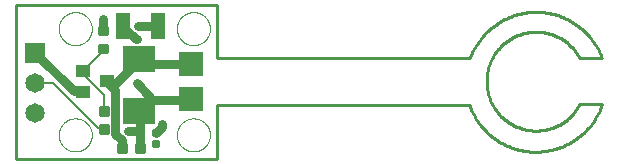
<source format=gtl>
G75*
%MOIN*%
%OFA0B0*%
%FSLAX25Y25*%
%IPPOS*%
%LPD*%
%AMOC8*
5,1,8,0,0,1.08239X$1,22.5*
%
%ADD10C,0.01000*%
%ADD11C,0.00000*%
%ADD12C,0.01250*%
%ADD13R,0.04500X0.09000*%
%ADD14R,0.10799X0.08500*%
%ADD15R,0.04500X0.04000*%
%ADD16C,0.00875*%
%ADD17R,0.07874X0.07874*%
%ADD18R,0.06500X0.06500*%
%ADD19C,0.06500*%
%ADD20C,0.03000*%
%ADD21C,0.02400*%
%ADD22C,0.00600*%
D10*
X0024642Y0084477D02*
X0024642Y0135658D01*
X0091571Y0135658D01*
X0091571Y0117942D01*
X0175823Y0117942D01*
X0175823Y0102194D02*
X0091571Y0102194D01*
X0091571Y0084477D01*
X0024642Y0084477D01*
X0175744Y0102233D02*
X0175944Y0101697D01*
X0176157Y0101167D01*
X0176383Y0100642D01*
X0176622Y0100123D01*
X0176874Y0099610D01*
X0177138Y0099103D01*
X0177414Y0098603D01*
X0177703Y0098109D01*
X0178003Y0097623D01*
X0178315Y0097144D01*
X0178639Y0096673D01*
X0178974Y0096210D01*
X0179321Y0095756D01*
X0179678Y0095310D01*
X0180046Y0094872D01*
X0180425Y0094444D01*
X0180814Y0094026D01*
X0181213Y0093617D01*
X0181622Y0093217D01*
X0182041Y0092828D01*
X0182469Y0092450D01*
X0182906Y0092081D01*
X0183352Y0091724D01*
X0183807Y0091378D01*
X0184270Y0091042D01*
X0184741Y0090719D01*
X0185219Y0090406D01*
X0185705Y0090106D01*
X0186199Y0089817D01*
X0186699Y0089541D01*
X0187206Y0089277D01*
X0187719Y0089025D01*
X0188238Y0088786D01*
X0188763Y0088560D01*
X0189294Y0088347D01*
X0189829Y0088146D01*
X0190369Y0087959D01*
X0190913Y0087785D01*
X0191462Y0087624D01*
X0192014Y0087477D01*
X0192570Y0087343D01*
X0193128Y0087223D01*
X0193690Y0087117D01*
X0194254Y0087024D01*
X0194820Y0086945D01*
X0195388Y0086880D01*
X0195957Y0086829D01*
X0196527Y0086792D01*
X0197099Y0086769D01*
X0197670Y0086759D01*
X0198242Y0086764D01*
X0198813Y0086782D01*
X0199383Y0086815D01*
X0199953Y0086861D01*
X0200521Y0086921D01*
X0201088Y0086996D01*
X0201653Y0087084D01*
X0202215Y0087185D01*
X0202775Y0087301D01*
X0203332Y0087430D01*
X0203885Y0087572D01*
X0204435Y0087728D01*
X0204981Y0087898D01*
X0205523Y0088081D01*
X0206059Y0088276D01*
X0206591Y0088485D01*
X0207118Y0088707D01*
X0207639Y0088942D01*
X0208155Y0089189D01*
X0208664Y0089449D01*
X0209166Y0089721D01*
X0209662Y0090006D01*
X0210151Y0090302D01*
X0210632Y0090610D01*
X0211106Y0090930D01*
X0211572Y0091261D01*
X0212029Y0091604D01*
X0212478Y0091958D01*
X0212918Y0092322D01*
X0213349Y0092697D01*
X0213771Y0093083D01*
X0214184Y0093479D01*
X0214586Y0093884D01*
X0214979Y0094300D01*
X0215361Y0094725D01*
X0215733Y0095159D01*
X0216094Y0095602D01*
X0216444Y0096053D01*
X0216783Y0096514D01*
X0217111Y0096982D01*
X0217427Y0097458D01*
X0217732Y0097942D01*
X0218024Y0098433D01*
X0218305Y0098931D01*
X0218573Y0099435D01*
X0218829Y0099946D01*
X0219072Y0100464D01*
X0219303Y0100987D01*
X0219520Y0101515D01*
X0219725Y0102049D01*
X0219917Y0102587D01*
X0219839Y0102587D02*
X0212437Y0102548D01*
X0219917Y0117942D02*
X0219714Y0118477D01*
X0219497Y0119008D01*
X0219268Y0119532D01*
X0219026Y0120052D01*
X0218771Y0120565D01*
X0218504Y0121071D01*
X0218225Y0121571D01*
X0217933Y0122065D01*
X0217630Y0122550D01*
X0217315Y0123029D01*
X0216988Y0123499D01*
X0216650Y0123961D01*
X0216300Y0124415D01*
X0215940Y0124861D01*
X0215569Y0125297D01*
X0215187Y0125724D01*
X0214796Y0126142D01*
X0214394Y0126550D01*
X0213982Y0126948D01*
X0213560Y0127336D01*
X0213130Y0127714D01*
X0212690Y0128081D01*
X0212241Y0128437D01*
X0211784Y0128782D01*
X0211319Y0129116D01*
X0210845Y0129438D01*
X0210364Y0129749D01*
X0209875Y0130047D01*
X0209380Y0130334D01*
X0208877Y0130609D01*
X0208368Y0130871D01*
X0207852Y0131121D01*
X0207331Y0131358D01*
X0206804Y0131583D01*
X0206272Y0131794D01*
X0205734Y0131993D01*
X0205192Y0132178D01*
X0204646Y0132350D01*
X0204095Y0132509D01*
X0203541Y0132654D01*
X0202984Y0132785D01*
X0202423Y0132903D01*
X0201860Y0133007D01*
X0201295Y0133098D01*
X0200727Y0133175D01*
X0200158Y0133237D01*
X0199587Y0133286D01*
X0199015Y0133321D01*
X0198443Y0133342D01*
X0197870Y0133349D01*
X0197297Y0133342D01*
X0196725Y0133321D01*
X0196153Y0133286D01*
X0195582Y0133237D01*
X0195013Y0133175D01*
X0194445Y0133098D01*
X0193880Y0133007D01*
X0193317Y0132903D01*
X0192756Y0132785D01*
X0192199Y0132654D01*
X0191645Y0132509D01*
X0191094Y0132350D01*
X0190548Y0132178D01*
X0190006Y0131993D01*
X0189468Y0131794D01*
X0188936Y0131583D01*
X0188409Y0131358D01*
X0187888Y0131121D01*
X0187372Y0130871D01*
X0186863Y0130609D01*
X0186360Y0130334D01*
X0185865Y0130047D01*
X0185376Y0129749D01*
X0184895Y0129438D01*
X0184421Y0129116D01*
X0183956Y0128782D01*
X0183499Y0128437D01*
X0183050Y0128081D01*
X0182610Y0127714D01*
X0182180Y0127336D01*
X0181758Y0126948D01*
X0181346Y0126550D01*
X0180944Y0126142D01*
X0180553Y0125724D01*
X0180171Y0125297D01*
X0179800Y0124861D01*
X0179440Y0124415D01*
X0179090Y0123961D01*
X0178752Y0123499D01*
X0178425Y0123029D01*
X0178110Y0122550D01*
X0177807Y0122065D01*
X0177515Y0121571D01*
X0177236Y0121071D01*
X0176969Y0120565D01*
X0176714Y0120052D01*
X0176472Y0119532D01*
X0176243Y0119008D01*
X0176026Y0118477D01*
X0175823Y0117942D01*
X0212437Y0117942D02*
X0212244Y0118296D01*
X0212044Y0118646D01*
X0211834Y0118990D01*
X0211616Y0119330D01*
X0211390Y0119663D01*
X0211156Y0119992D01*
X0210914Y0120314D01*
X0210664Y0120630D01*
X0210406Y0120940D01*
X0210141Y0121244D01*
X0209869Y0121541D01*
X0209589Y0121832D01*
X0209303Y0122115D01*
X0209009Y0122391D01*
X0208709Y0122661D01*
X0208402Y0122922D01*
X0208089Y0123176D01*
X0207770Y0123423D01*
X0207445Y0123661D01*
X0207114Y0123891D01*
X0206778Y0124114D01*
X0206436Y0124328D01*
X0206089Y0124533D01*
X0205737Y0124730D01*
X0205381Y0124918D01*
X0205020Y0125098D01*
X0204655Y0125268D01*
X0204285Y0125430D01*
X0203912Y0125582D01*
X0203535Y0125726D01*
X0203155Y0125860D01*
X0202772Y0125985D01*
X0202385Y0126100D01*
X0201996Y0126206D01*
X0201605Y0126302D01*
X0201211Y0126388D01*
X0200815Y0126465D01*
X0200418Y0126533D01*
X0200019Y0126590D01*
X0199618Y0126638D01*
X0199217Y0126676D01*
X0198815Y0126704D01*
X0198412Y0126722D01*
X0198009Y0126730D01*
X0197606Y0126729D01*
X0197203Y0126717D01*
X0196800Y0126696D01*
X0196398Y0126665D01*
X0195997Y0126624D01*
X0195597Y0126573D01*
X0195199Y0126513D01*
X0194802Y0126443D01*
X0194407Y0126363D01*
X0194014Y0126273D01*
X0193623Y0126174D01*
X0193235Y0126065D01*
X0192849Y0125947D01*
X0192467Y0125819D01*
X0192088Y0125682D01*
X0191712Y0125536D01*
X0191340Y0125381D01*
X0190972Y0125216D01*
X0190608Y0125043D01*
X0190248Y0124861D01*
X0189893Y0124670D01*
X0189543Y0124470D01*
X0189198Y0124262D01*
X0188858Y0124046D01*
X0188523Y0123821D01*
X0188194Y0123588D01*
X0187871Y0123347D01*
X0187553Y0123098D01*
X0187242Y0122842D01*
X0186937Y0122578D01*
X0186639Y0122307D01*
X0186348Y0122028D01*
X0186063Y0121742D01*
X0185786Y0121450D01*
X0185516Y0121151D01*
X0185253Y0120845D01*
X0184998Y0120533D01*
X0184750Y0120215D01*
X0184510Y0119891D01*
X0184279Y0119561D01*
X0184055Y0119225D01*
X0183840Y0118884D01*
X0183633Y0118538D01*
X0183435Y0118187D01*
X0183245Y0117831D01*
X0183065Y0117471D01*
X0182893Y0117106D01*
X0182730Y0116738D01*
X0182576Y0116365D01*
X0182431Y0115989D01*
X0182295Y0115609D01*
X0182169Y0115226D01*
X0182052Y0114840D01*
X0181945Y0114452D01*
X0181847Y0114061D01*
X0181759Y0113667D01*
X0181681Y0113272D01*
X0181612Y0112874D01*
X0181553Y0112476D01*
X0181504Y0112076D01*
X0181464Y0111674D01*
X0181435Y0111272D01*
X0181415Y0110870D01*
X0181405Y0110467D01*
X0181405Y0110063D01*
X0181415Y0109660D01*
X0181435Y0109258D01*
X0181464Y0108856D01*
X0181504Y0108454D01*
X0181553Y0108054D01*
X0181612Y0107656D01*
X0181681Y0107258D01*
X0181759Y0106863D01*
X0181847Y0106469D01*
X0181945Y0106078D01*
X0182052Y0105690D01*
X0182169Y0105304D01*
X0182295Y0104921D01*
X0182431Y0104541D01*
X0182576Y0104165D01*
X0182730Y0103792D01*
X0182893Y0103424D01*
X0183065Y0103059D01*
X0183245Y0102699D01*
X0183435Y0102343D01*
X0183633Y0101992D01*
X0183840Y0101646D01*
X0184055Y0101305D01*
X0184279Y0100969D01*
X0184510Y0100639D01*
X0184750Y0100315D01*
X0184998Y0099997D01*
X0185253Y0099685D01*
X0185516Y0099379D01*
X0185786Y0099080D01*
X0186063Y0098788D01*
X0186348Y0098502D01*
X0186639Y0098223D01*
X0186937Y0097952D01*
X0187242Y0097688D01*
X0187553Y0097432D01*
X0187871Y0097183D01*
X0188194Y0096942D01*
X0188523Y0096709D01*
X0188858Y0096484D01*
X0189198Y0096268D01*
X0189543Y0096060D01*
X0189893Y0095860D01*
X0190248Y0095669D01*
X0190608Y0095487D01*
X0190972Y0095314D01*
X0191340Y0095149D01*
X0191712Y0094994D01*
X0192088Y0094848D01*
X0192467Y0094711D01*
X0192849Y0094583D01*
X0193235Y0094465D01*
X0193623Y0094356D01*
X0194014Y0094257D01*
X0194407Y0094167D01*
X0194802Y0094087D01*
X0195199Y0094017D01*
X0195597Y0093957D01*
X0195997Y0093906D01*
X0196398Y0093865D01*
X0196800Y0093834D01*
X0197203Y0093813D01*
X0197606Y0093801D01*
X0198009Y0093800D01*
X0198412Y0093808D01*
X0198815Y0093826D01*
X0199217Y0093854D01*
X0199618Y0093892D01*
X0200019Y0093940D01*
X0200418Y0093997D01*
X0200815Y0094065D01*
X0201211Y0094142D01*
X0201605Y0094228D01*
X0201996Y0094324D01*
X0202385Y0094430D01*
X0202772Y0094545D01*
X0203155Y0094670D01*
X0203535Y0094804D01*
X0203912Y0094948D01*
X0204285Y0095100D01*
X0204655Y0095262D01*
X0205020Y0095432D01*
X0205381Y0095612D01*
X0205737Y0095800D01*
X0206089Y0095997D01*
X0206436Y0096202D01*
X0206778Y0096416D01*
X0207114Y0096639D01*
X0207445Y0096869D01*
X0207770Y0097107D01*
X0208089Y0097354D01*
X0208402Y0097608D01*
X0208709Y0097869D01*
X0209009Y0098139D01*
X0209303Y0098415D01*
X0209589Y0098698D01*
X0209869Y0098989D01*
X0210141Y0099286D01*
X0210406Y0099590D01*
X0210664Y0099900D01*
X0210914Y0100216D01*
X0211156Y0100538D01*
X0211390Y0100867D01*
X0211616Y0101200D01*
X0211834Y0101540D01*
X0212044Y0101884D01*
X0212244Y0102234D01*
X0212437Y0102588D01*
X0212437Y0117942D02*
X0219917Y0117942D01*
D11*
X0078185Y0127784D02*
X0078187Y0127932D01*
X0078193Y0128080D01*
X0078203Y0128228D01*
X0078217Y0128375D01*
X0078235Y0128522D01*
X0078256Y0128668D01*
X0078282Y0128814D01*
X0078312Y0128959D01*
X0078345Y0129103D01*
X0078383Y0129246D01*
X0078424Y0129388D01*
X0078469Y0129529D01*
X0078517Y0129669D01*
X0078570Y0129808D01*
X0078626Y0129945D01*
X0078686Y0130080D01*
X0078749Y0130214D01*
X0078816Y0130346D01*
X0078887Y0130476D01*
X0078961Y0130604D01*
X0079038Y0130730D01*
X0079119Y0130854D01*
X0079203Y0130976D01*
X0079290Y0131095D01*
X0079381Y0131212D01*
X0079475Y0131327D01*
X0079571Y0131439D01*
X0079671Y0131549D01*
X0079773Y0131655D01*
X0079879Y0131759D01*
X0079987Y0131860D01*
X0080098Y0131958D01*
X0080211Y0132054D01*
X0080327Y0132146D01*
X0080445Y0132235D01*
X0080566Y0132320D01*
X0080689Y0132403D01*
X0080814Y0132482D01*
X0080941Y0132558D01*
X0081070Y0132630D01*
X0081201Y0132699D01*
X0081334Y0132764D01*
X0081469Y0132825D01*
X0081605Y0132883D01*
X0081742Y0132938D01*
X0081881Y0132988D01*
X0082022Y0133035D01*
X0082163Y0133078D01*
X0082306Y0133118D01*
X0082450Y0133153D01*
X0082594Y0133185D01*
X0082740Y0133212D01*
X0082886Y0133236D01*
X0083033Y0133256D01*
X0083180Y0133272D01*
X0083327Y0133284D01*
X0083475Y0133292D01*
X0083623Y0133296D01*
X0083771Y0133296D01*
X0083919Y0133292D01*
X0084067Y0133284D01*
X0084214Y0133272D01*
X0084361Y0133256D01*
X0084508Y0133236D01*
X0084654Y0133212D01*
X0084800Y0133185D01*
X0084944Y0133153D01*
X0085088Y0133118D01*
X0085231Y0133078D01*
X0085372Y0133035D01*
X0085513Y0132988D01*
X0085652Y0132938D01*
X0085789Y0132883D01*
X0085925Y0132825D01*
X0086060Y0132764D01*
X0086193Y0132699D01*
X0086324Y0132630D01*
X0086453Y0132558D01*
X0086580Y0132482D01*
X0086705Y0132403D01*
X0086828Y0132320D01*
X0086949Y0132235D01*
X0087067Y0132146D01*
X0087183Y0132054D01*
X0087296Y0131958D01*
X0087407Y0131860D01*
X0087515Y0131759D01*
X0087621Y0131655D01*
X0087723Y0131549D01*
X0087823Y0131439D01*
X0087919Y0131327D01*
X0088013Y0131212D01*
X0088104Y0131095D01*
X0088191Y0130976D01*
X0088275Y0130854D01*
X0088356Y0130730D01*
X0088433Y0130604D01*
X0088507Y0130476D01*
X0088578Y0130346D01*
X0088645Y0130214D01*
X0088708Y0130080D01*
X0088768Y0129945D01*
X0088824Y0129808D01*
X0088877Y0129669D01*
X0088925Y0129529D01*
X0088970Y0129388D01*
X0089011Y0129246D01*
X0089049Y0129103D01*
X0089082Y0128959D01*
X0089112Y0128814D01*
X0089138Y0128668D01*
X0089159Y0128522D01*
X0089177Y0128375D01*
X0089191Y0128228D01*
X0089201Y0128080D01*
X0089207Y0127932D01*
X0089209Y0127784D01*
X0089207Y0127636D01*
X0089201Y0127488D01*
X0089191Y0127340D01*
X0089177Y0127193D01*
X0089159Y0127046D01*
X0089138Y0126900D01*
X0089112Y0126754D01*
X0089082Y0126609D01*
X0089049Y0126465D01*
X0089011Y0126322D01*
X0088970Y0126180D01*
X0088925Y0126039D01*
X0088877Y0125899D01*
X0088824Y0125760D01*
X0088768Y0125623D01*
X0088708Y0125488D01*
X0088645Y0125354D01*
X0088578Y0125222D01*
X0088507Y0125092D01*
X0088433Y0124964D01*
X0088356Y0124838D01*
X0088275Y0124714D01*
X0088191Y0124592D01*
X0088104Y0124473D01*
X0088013Y0124356D01*
X0087919Y0124241D01*
X0087823Y0124129D01*
X0087723Y0124019D01*
X0087621Y0123913D01*
X0087515Y0123809D01*
X0087407Y0123708D01*
X0087296Y0123610D01*
X0087183Y0123514D01*
X0087067Y0123422D01*
X0086949Y0123333D01*
X0086828Y0123248D01*
X0086705Y0123165D01*
X0086580Y0123086D01*
X0086453Y0123010D01*
X0086324Y0122938D01*
X0086193Y0122869D01*
X0086060Y0122804D01*
X0085925Y0122743D01*
X0085789Y0122685D01*
X0085652Y0122630D01*
X0085513Y0122580D01*
X0085372Y0122533D01*
X0085231Y0122490D01*
X0085088Y0122450D01*
X0084944Y0122415D01*
X0084800Y0122383D01*
X0084654Y0122356D01*
X0084508Y0122332D01*
X0084361Y0122312D01*
X0084214Y0122296D01*
X0084067Y0122284D01*
X0083919Y0122276D01*
X0083771Y0122272D01*
X0083623Y0122272D01*
X0083475Y0122276D01*
X0083327Y0122284D01*
X0083180Y0122296D01*
X0083033Y0122312D01*
X0082886Y0122332D01*
X0082740Y0122356D01*
X0082594Y0122383D01*
X0082450Y0122415D01*
X0082306Y0122450D01*
X0082163Y0122490D01*
X0082022Y0122533D01*
X0081881Y0122580D01*
X0081742Y0122630D01*
X0081605Y0122685D01*
X0081469Y0122743D01*
X0081334Y0122804D01*
X0081201Y0122869D01*
X0081070Y0122938D01*
X0080941Y0123010D01*
X0080814Y0123086D01*
X0080689Y0123165D01*
X0080566Y0123248D01*
X0080445Y0123333D01*
X0080327Y0123422D01*
X0080211Y0123514D01*
X0080098Y0123610D01*
X0079987Y0123708D01*
X0079879Y0123809D01*
X0079773Y0123913D01*
X0079671Y0124019D01*
X0079571Y0124129D01*
X0079475Y0124241D01*
X0079381Y0124356D01*
X0079290Y0124473D01*
X0079203Y0124592D01*
X0079119Y0124714D01*
X0079038Y0124838D01*
X0078961Y0124964D01*
X0078887Y0125092D01*
X0078816Y0125222D01*
X0078749Y0125354D01*
X0078686Y0125488D01*
X0078626Y0125623D01*
X0078570Y0125760D01*
X0078517Y0125899D01*
X0078469Y0126039D01*
X0078424Y0126180D01*
X0078383Y0126322D01*
X0078345Y0126465D01*
X0078312Y0126609D01*
X0078282Y0126754D01*
X0078256Y0126900D01*
X0078235Y0127046D01*
X0078217Y0127193D01*
X0078203Y0127340D01*
X0078193Y0127488D01*
X0078187Y0127636D01*
X0078185Y0127784D01*
X0038815Y0127784D02*
X0038817Y0127932D01*
X0038823Y0128080D01*
X0038833Y0128228D01*
X0038847Y0128375D01*
X0038865Y0128522D01*
X0038886Y0128668D01*
X0038912Y0128814D01*
X0038942Y0128959D01*
X0038975Y0129103D01*
X0039013Y0129246D01*
X0039054Y0129388D01*
X0039099Y0129529D01*
X0039147Y0129669D01*
X0039200Y0129808D01*
X0039256Y0129945D01*
X0039316Y0130080D01*
X0039379Y0130214D01*
X0039446Y0130346D01*
X0039517Y0130476D01*
X0039591Y0130604D01*
X0039668Y0130730D01*
X0039749Y0130854D01*
X0039833Y0130976D01*
X0039920Y0131095D01*
X0040011Y0131212D01*
X0040105Y0131327D01*
X0040201Y0131439D01*
X0040301Y0131549D01*
X0040403Y0131655D01*
X0040509Y0131759D01*
X0040617Y0131860D01*
X0040728Y0131958D01*
X0040841Y0132054D01*
X0040957Y0132146D01*
X0041075Y0132235D01*
X0041196Y0132320D01*
X0041319Y0132403D01*
X0041444Y0132482D01*
X0041571Y0132558D01*
X0041700Y0132630D01*
X0041831Y0132699D01*
X0041964Y0132764D01*
X0042099Y0132825D01*
X0042235Y0132883D01*
X0042372Y0132938D01*
X0042511Y0132988D01*
X0042652Y0133035D01*
X0042793Y0133078D01*
X0042936Y0133118D01*
X0043080Y0133153D01*
X0043224Y0133185D01*
X0043370Y0133212D01*
X0043516Y0133236D01*
X0043663Y0133256D01*
X0043810Y0133272D01*
X0043957Y0133284D01*
X0044105Y0133292D01*
X0044253Y0133296D01*
X0044401Y0133296D01*
X0044549Y0133292D01*
X0044697Y0133284D01*
X0044844Y0133272D01*
X0044991Y0133256D01*
X0045138Y0133236D01*
X0045284Y0133212D01*
X0045430Y0133185D01*
X0045574Y0133153D01*
X0045718Y0133118D01*
X0045861Y0133078D01*
X0046002Y0133035D01*
X0046143Y0132988D01*
X0046282Y0132938D01*
X0046419Y0132883D01*
X0046555Y0132825D01*
X0046690Y0132764D01*
X0046823Y0132699D01*
X0046954Y0132630D01*
X0047083Y0132558D01*
X0047210Y0132482D01*
X0047335Y0132403D01*
X0047458Y0132320D01*
X0047579Y0132235D01*
X0047697Y0132146D01*
X0047813Y0132054D01*
X0047926Y0131958D01*
X0048037Y0131860D01*
X0048145Y0131759D01*
X0048251Y0131655D01*
X0048353Y0131549D01*
X0048453Y0131439D01*
X0048549Y0131327D01*
X0048643Y0131212D01*
X0048734Y0131095D01*
X0048821Y0130976D01*
X0048905Y0130854D01*
X0048986Y0130730D01*
X0049063Y0130604D01*
X0049137Y0130476D01*
X0049208Y0130346D01*
X0049275Y0130214D01*
X0049338Y0130080D01*
X0049398Y0129945D01*
X0049454Y0129808D01*
X0049507Y0129669D01*
X0049555Y0129529D01*
X0049600Y0129388D01*
X0049641Y0129246D01*
X0049679Y0129103D01*
X0049712Y0128959D01*
X0049742Y0128814D01*
X0049768Y0128668D01*
X0049789Y0128522D01*
X0049807Y0128375D01*
X0049821Y0128228D01*
X0049831Y0128080D01*
X0049837Y0127932D01*
X0049839Y0127784D01*
X0049837Y0127636D01*
X0049831Y0127488D01*
X0049821Y0127340D01*
X0049807Y0127193D01*
X0049789Y0127046D01*
X0049768Y0126900D01*
X0049742Y0126754D01*
X0049712Y0126609D01*
X0049679Y0126465D01*
X0049641Y0126322D01*
X0049600Y0126180D01*
X0049555Y0126039D01*
X0049507Y0125899D01*
X0049454Y0125760D01*
X0049398Y0125623D01*
X0049338Y0125488D01*
X0049275Y0125354D01*
X0049208Y0125222D01*
X0049137Y0125092D01*
X0049063Y0124964D01*
X0048986Y0124838D01*
X0048905Y0124714D01*
X0048821Y0124592D01*
X0048734Y0124473D01*
X0048643Y0124356D01*
X0048549Y0124241D01*
X0048453Y0124129D01*
X0048353Y0124019D01*
X0048251Y0123913D01*
X0048145Y0123809D01*
X0048037Y0123708D01*
X0047926Y0123610D01*
X0047813Y0123514D01*
X0047697Y0123422D01*
X0047579Y0123333D01*
X0047458Y0123248D01*
X0047335Y0123165D01*
X0047210Y0123086D01*
X0047083Y0123010D01*
X0046954Y0122938D01*
X0046823Y0122869D01*
X0046690Y0122804D01*
X0046555Y0122743D01*
X0046419Y0122685D01*
X0046282Y0122630D01*
X0046143Y0122580D01*
X0046002Y0122533D01*
X0045861Y0122490D01*
X0045718Y0122450D01*
X0045574Y0122415D01*
X0045430Y0122383D01*
X0045284Y0122356D01*
X0045138Y0122332D01*
X0044991Y0122312D01*
X0044844Y0122296D01*
X0044697Y0122284D01*
X0044549Y0122276D01*
X0044401Y0122272D01*
X0044253Y0122272D01*
X0044105Y0122276D01*
X0043957Y0122284D01*
X0043810Y0122296D01*
X0043663Y0122312D01*
X0043516Y0122332D01*
X0043370Y0122356D01*
X0043224Y0122383D01*
X0043080Y0122415D01*
X0042936Y0122450D01*
X0042793Y0122490D01*
X0042652Y0122533D01*
X0042511Y0122580D01*
X0042372Y0122630D01*
X0042235Y0122685D01*
X0042099Y0122743D01*
X0041964Y0122804D01*
X0041831Y0122869D01*
X0041700Y0122938D01*
X0041571Y0123010D01*
X0041444Y0123086D01*
X0041319Y0123165D01*
X0041196Y0123248D01*
X0041075Y0123333D01*
X0040957Y0123422D01*
X0040841Y0123514D01*
X0040728Y0123610D01*
X0040617Y0123708D01*
X0040509Y0123809D01*
X0040403Y0123913D01*
X0040301Y0124019D01*
X0040201Y0124129D01*
X0040105Y0124241D01*
X0040011Y0124356D01*
X0039920Y0124473D01*
X0039833Y0124592D01*
X0039749Y0124714D01*
X0039668Y0124838D01*
X0039591Y0124964D01*
X0039517Y0125092D01*
X0039446Y0125222D01*
X0039379Y0125354D01*
X0039316Y0125488D01*
X0039256Y0125623D01*
X0039200Y0125760D01*
X0039147Y0125899D01*
X0039099Y0126039D01*
X0039054Y0126180D01*
X0039013Y0126322D01*
X0038975Y0126465D01*
X0038942Y0126609D01*
X0038912Y0126754D01*
X0038886Y0126900D01*
X0038865Y0127046D01*
X0038847Y0127193D01*
X0038833Y0127340D01*
X0038823Y0127488D01*
X0038817Y0127636D01*
X0038815Y0127784D01*
X0038815Y0092351D02*
X0038817Y0092499D01*
X0038823Y0092647D01*
X0038833Y0092795D01*
X0038847Y0092942D01*
X0038865Y0093089D01*
X0038886Y0093235D01*
X0038912Y0093381D01*
X0038942Y0093526D01*
X0038975Y0093670D01*
X0039013Y0093813D01*
X0039054Y0093955D01*
X0039099Y0094096D01*
X0039147Y0094236D01*
X0039200Y0094375D01*
X0039256Y0094512D01*
X0039316Y0094647D01*
X0039379Y0094781D01*
X0039446Y0094913D01*
X0039517Y0095043D01*
X0039591Y0095171D01*
X0039668Y0095297D01*
X0039749Y0095421D01*
X0039833Y0095543D01*
X0039920Y0095662D01*
X0040011Y0095779D01*
X0040105Y0095894D01*
X0040201Y0096006D01*
X0040301Y0096116D01*
X0040403Y0096222D01*
X0040509Y0096326D01*
X0040617Y0096427D01*
X0040728Y0096525D01*
X0040841Y0096621D01*
X0040957Y0096713D01*
X0041075Y0096802D01*
X0041196Y0096887D01*
X0041319Y0096970D01*
X0041444Y0097049D01*
X0041571Y0097125D01*
X0041700Y0097197D01*
X0041831Y0097266D01*
X0041964Y0097331D01*
X0042099Y0097392D01*
X0042235Y0097450D01*
X0042372Y0097505D01*
X0042511Y0097555D01*
X0042652Y0097602D01*
X0042793Y0097645D01*
X0042936Y0097685D01*
X0043080Y0097720D01*
X0043224Y0097752D01*
X0043370Y0097779D01*
X0043516Y0097803D01*
X0043663Y0097823D01*
X0043810Y0097839D01*
X0043957Y0097851D01*
X0044105Y0097859D01*
X0044253Y0097863D01*
X0044401Y0097863D01*
X0044549Y0097859D01*
X0044697Y0097851D01*
X0044844Y0097839D01*
X0044991Y0097823D01*
X0045138Y0097803D01*
X0045284Y0097779D01*
X0045430Y0097752D01*
X0045574Y0097720D01*
X0045718Y0097685D01*
X0045861Y0097645D01*
X0046002Y0097602D01*
X0046143Y0097555D01*
X0046282Y0097505D01*
X0046419Y0097450D01*
X0046555Y0097392D01*
X0046690Y0097331D01*
X0046823Y0097266D01*
X0046954Y0097197D01*
X0047083Y0097125D01*
X0047210Y0097049D01*
X0047335Y0096970D01*
X0047458Y0096887D01*
X0047579Y0096802D01*
X0047697Y0096713D01*
X0047813Y0096621D01*
X0047926Y0096525D01*
X0048037Y0096427D01*
X0048145Y0096326D01*
X0048251Y0096222D01*
X0048353Y0096116D01*
X0048453Y0096006D01*
X0048549Y0095894D01*
X0048643Y0095779D01*
X0048734Y0095662D01*
X0048821Y0095543D01*
X0048905Y0095421D01*
X0048986Y0095297D01*
X0049063Y0095171D01*
X0049137Y0095043D01*
X0049208Y0094913D01*
X0049275Y0094781D01*
X0049338Y0094647D01*
X0049398Y0094512D01*
X0049454Y0094375D01*
X0049507Y0094236D01*
X0049555Y0094096D01*
X0049600Y0093955D01*
X0049641Y0093813D01*
X0049679Y0093670D01*
X0049712Y0093526D01*
X0049742Y0093381D01*
X0049768Y0093235D01*
X0049789Y0093089D01*
X0049807Y0092942D01*
X0049821Y0092795D01*
X0049831Y0092647D01*
X0049837Y0092499D01*
X0049839Y0092351D01*
X0049837Y0092203D01*
X0049831Y0092055D01*
X0049821Y0091907D01*
X0049807Y0091760D01*
X0049789Y0091613D01*
X0049768Y0091467D01*
X0049742Y0091321D01*
X0049712Y0091176D01*
X0049679Y0091032D01*
X0049641Y0090889D01*
X0049600Y0090747D01*
X0049555Y0090606D01*
X0049507Y0090466D01*
X0049454Y0090327D01*
X0049398Y0090190D01*
X0049338Y0090055D01*
X0049275Y0089921D01*
X0049208Y0089789D01*
X0049137Y0089659D01*
X0049063Y0089531D01*
X0048986Y0089405D01*
X0048905Y0089281D01*
X0048821Y0089159D01*
X0048734Y0089040D01*
X0048643Y0088923D01*
X0048549Y0088808D01*
X0048453Y0088696D01*
X0048353Y0088586D01*
X0048251Y0088480D01*
X0048145Y0088376D01*
X0048037Y0088275D01*
X0047926Y0088177D01*
X0047813Y0088081D01*
X0047697Y0087989D01*
X0047579Y0087900D01*
X0047458Y0087815D01*
X0047335Y0087732D01*
X0047210Y0087653D01*
X0047083Y0087577D01*
X0046954Y0087505D01*
X0046823Y0087436D01*
X0046690Y0087371D01*
X0046555Y0087310D01*
X0046419Y0087252D01*
X0046282Y0087197D01*
X0046143Y0087147D01*
X0046002Y0087100D01*
X0045861Y0087057D01*
X0045718Y0087017D01*
X0045574Y0086982D01*
X0045430Y0086950D01*
X0045284Y0086923D01*
X0045138Y0086899D01*
X0044991Y0086879D01*
X0044844Y0086863D01*
X0044697Y0086851D01*
X0044549Y0086843D01*
X0044401Y0086839D01*
X0044253Y0086839D01*
X0044105Y0086843D01*
X0043957Y0086851D01*
X0043810Y0086863D01*
X0043663Y0086879D01*
X0043516Y0086899D01*
X0043370Y0086923D01*
X0043224Y0086950D01*
X0043080Y0086982D01*
X0042936Y0087017D01*
X0042793Y0087057D01*
X0042652Y0087100D01*
X0042511Y0087147D01*
X0042372Y0087197D01*
X0042235Y0087252D01*
X0042099Y0087310D01*
X0041964Y0087371D01*
X0041831Y0087436D01*
X0041700Y0087505D01*
X0041571Y0087577D01*
X0041444Y0087653D01*
X0041319Y0087732D01*
X0041196Y0087815D01*
X0041075Y0087900D01*
X0040957Y0087989D01*
X0040841Y0088081D01*
X0040728Y0088177D01*
X0040617Y0088275D01*
X0040509Y0088376D01*
X0040403Y0088480D01*
X0040301Y0088586D01*
X0040201Y0088696D01*
X0040105Y0088808D01*
X0040011Y0088923D01*
X0039920Y0089040D01*
X0039833Y0089159D01*
X0039749Y0089281D01*
X0039668Y0089405D01*
X0039591Y0089531D01*
X0039517Y0089659D01*
X0039446Y0089789D01*
X0039379Y0089921D01*
X0039316Y0090055D01*
X0039256Y0090190D01*
X0039200Y0090327D01*
X0039147Y0090466D01*
X0039099Y0090606D01*
X0039054Y0090747D01*
X0039013Y0090889D01*
X0038975Y0091032D01*
X0038942Y0091176D01*
X0038912Y0091321D01*
X0038886Y0091467D01*
X0038865Y0091613D01*
X0038847Y0091760D01*
X0038833Y0091907D01*
X0038823Y0092055D01*
X0038817Y0092203D01*
X0038815Y0092351D01*
X0078185Y0092351D02*
X0078187Y0092499D01*
X0078193Y0092647D01*
X0078203Y0092795D01*
X0078217Y0092942D01*
X0078235Y0093089D01*
X0078256Y0093235D01*
X0078282Y0093381D01*
X0078312Y0093526D01*
X0078345Y0093670D01*
X0078383Y0093813D01*
X0078424Y0093955D01*
X0078469Y0094096D01*
X0078517Y0094236D01*
X0078570Y0094375D01*
X0078626Y0094512D01*
X0078686Y0094647D01*
X0078749Y0094781D01*
X0078816Y0094913D01*
X0078887Y0095043D01*
X0078961Y0095171D01*
X0079038Y0095297D01*
X0079119Y0095421D01*
X0079203Y0095543D01*
X0079290Y0095662D01*
X0079381Y0095779D01*
X0079475Y0095894D01*
X0079571Y0096006D01*
X0079671Y0096116D01*
X0079773Y0096222D01*
X0079879Y0096326D01*
X0079987Y0096427D01*
X0080098Y0096525D01*
X0080211Y0096621D01*
X0080327Y0096713D01*
X0080445Y0096802D01*
X0080566Y0096887D01*
X0080689Y0096970D01*
X0080814Y0097049D01*
X0080941Y0097125D01*
X0081070Y0097197D01*
X0081201Y0097266D01*
X0081334Y0097331D01*
X0081469Y0097392D01*
X0081605Y0097450D01*
X0081742Y0097505D01*
X0081881Y0097555D01*
X0082022Y0097602D01*
X0082163Y0097645D01*
X0082306Y0097685D01*
X0082450Y0097720D01*
X0082594Y0097752D01*
X0082740Y0097779D01*
X0082886Y0097803D01*
X0083033Y0097823D01*
X0083180Y0097839D01*
X0083327Y0097851D01*
X0083475Y0097859D01*
X0083623Y0097863D01*
X0083771Y0097863D01*
X0083919Y0097859D01*
X0084067Y0097851D01*
X0084214Y0097839D01*
X0084361Y0097823D01*
X0084508Y0097803D01*
X0084654Y0097779D01*
X0084800Y0097752D01*
X0084944Y0097720D01*
X0085088Y0097685D01*
X0085231Y0097645D01*
X0085372Y0097602D01*
X0085513Y0097555D01*
X0085652Y0097505D01*
X0085789Y0097450D01*
X0085925Y0097392D01*
X0086060Y0097331D01*
X0086193Y0097266D01*
X0086324Y0097197D01*
X0086453Y0097125D01*
X0086580Y0097049D01*
X0086705Y0096970D01*
X0086828Y0096887D01*
X0086949Y0096802D01*
X0087067Y0096713D01*
X0087183Y0096621D01*
X0087296Y0096525D01*
X0087407Y0096427D01*
X0087515Y0096326D01*
X0087621Y0096222D01*
X0087723Y0096116D01*
X0087823Y0096006D01*
X0087919Y0095894D01*
X0088013Y0095779D01*
X0088104Y0095662D01*
X0088191Y0095543D01*
X0088275Y0095421D01*
X0088356Y0095297D01*
X0088433Y0095171D01*
X0088507Y0095043D01*
X0088578Y0094913D01*
X0088645Y0094781D01*
X0088708Y0094647D01*
X0088768Y0094512D01*
X0088824Y0094375D01*
X0088877Y0094236D01*
X0088925Y0094096D01*
X0088970Y0093955D01*
X0089011Y0093813D01*
X0089049Y0093670D01*
X0089082Y0093526D01*
X0089112Y0093381D01*
X0089138Y0093235D01*
X0089159Y0093089D01*
X0089177Y0092942D01*
X0089191Y0092795D01*
X0089201Y0092647D01*
X0089207Y0092499D01*
X0089209Y0092351D01*
X0089207Y0092203D01*
X0089201Y0092055D01*
X0089191Y0091907D01*
X0089177Y0091760D01*
X0089159Y0091613D01*
X0089138Y0091467D01*
X0089112Y0091321D01*
X0089082Y0091176D01*
X0089049Y0091032D01*
X0089011Y0090889D01*
X0088970Y0090747D01*
X0088925Y0090606D01*
X0088877Y0090466D01*
X0088824Y0090327D01*
X0088768Y0090190D01*
X0088708Y0090055D01*
X0088645Y0089921D01*
X0088578Y0089789D01*
X0088507Y0089659D01*
X0088433Y0089531D01*
X0088356Y0089405D01*
X0088275Y0089281D01*
X0088191Y0089159D01*
X0088104Y0089040D01*
X0088013Y0088923D01*
X0087919Y0088808D01*
X0087823Y0088696D01*
X0087723Y0088586D01*
X0087621Y0088480D01*
X0087515Y0088376D01*
X0087407Y0088275D01*
X0087296Y0088177D01*
X0087183Y0088081D01*
X0087067Y0087989D01*
X0086949Y0087900D01*
X0086828Y0087815D01*
X0086705Y0087732D01*
X0086580Y0087653D01*
X0086453Y0087577D01*
X0086324Y0087505D01*
X0086193Y0087436D01*
X0086060Y0087371D01*
X0085925Y0087310D01*
X0085789Y0087252D01*
X0085652Y0087197D01*
X0085513Y0087147D01*
X0085372Y0087100D01*
X0085231Y0087057D01*
X0085088Y0087017D01*
X0084944Y0086982D01*
X0084800Y0086950D01*
X0084654Y0086923D01*
X0084508Y0086899D01*
X0084361Y0086879D01*
X0084214Y0086863D01*
X0084067Y0086851D01*
X0083919Y0086843D01*
X0083771Y0086839D01*
X0083623Y0086839D01*
X0083475Y0086843D01*
X0083327Y0086851D01*
X0083180Y0086863D01*
X0083033Y0086879D01*
X0082886Y0086899D01*
X0082740Y0086923D01*
X0082594Y0086950D01*
X0082450Y0086982D01*
X0082306Y0087017D01*
X0082163Y0087057D01*
X0082022Y0087100D01*
X0081881Y0087147D01*
X0081742Y0087197D01*
X0081605Y0087252D01*
X0081469Y0087310D01*
X0081334Y0087371D01*
X0081201Y0087436D01*
X0081070Y0087505D01*
X0080941Y0087577D01*
X0080814Y0087653D01*
X0080689Y0087732D01*
X0080566Y0087815D01*
X0080445Y0087900D01*
X0080327Y0087989D01*
X0080211Y0088081D01*
X0080098Y0088177D01*
X0079987Y0088275D01*
X0079879Y0088376D01*
X0079773Y0088480D01*
X0079671Y0088586D01*
X0079571Y0088696D01*
X0079475Y0088808D01*
X0079381Y0088923D01*
X0079290Y0089040D01*
X0079203Y0089159D01*
X0079119Y0089281D01*
X0079038Y0089405D01*
X0078961Y0089531D01*
X0078887Y0089659D01*
X0078816Y0089789D01*
X0078749Y0089921D01*
X0078686Y0090055D01*
X0078626Y0090190D01*
X0078570Y0090327D01*
X0078517Y0090466D01*
X0078469Y0090606D01*
X0078424Y0090747D01*
X0078383Y0090889D01*
X0078345Y0091032D01*
X0078312Y0091176D01*
X0078282Y0091321D01*
X0078256Y0091467D01*
X0078235Y0091613D01*
X0078217Y0091760D01*
X0078203Y0091907D01*
X0078193Y0092055D01*
X0078187Y0092203D01*
X0078185Y0092351D01*
D12*
X0070483Y0092305D02*
X0070483Y0093555D01*
X0071733Y0093555D01*
X0071733Y0092305D01*
X0070483Y0092305D01*
X0070483Y0093554D02*
X0071733Y0093554D01*
X0070483Y0090055D02*
X0070483Y0088805D01*
X0070483Y0090055D02*
X0071733Y0090055D01*
X0071733Y0088805D01*
X0070483Y0088805D01*
X0070483Y0090054D02*
X0071733Y0090054D01*
D13*
X0071829Y0128591D03*
X0060329Y0128591D03*
D14*
X0065469Y0117696D03*
X0065469Y0100294D03*
D15*
X0054892Y0110304D03*
X0046892Y0113804D03*
X0046892Y0106804D03*
D16*
X0055098Y0101792D02*
X0055098Y0099166D01*
X0052472Y0099166D01*
X0052472Y0101792D01*
X0055098Y0101792D01*
X0055098Y0100040D02*
X0052472Y0100040D01*
X0052472Y0100914D02*
X0055098Y0100914D01*
X0055098Y0101788D02*
X0052472Y0101788D01*
X0055098Y0095792D02*
X0055098Y0093166D01*
X0052472Y0093166D01*
X0052472Y0095792D01*
X0055098Y0095792D01*
X0055098Y0094040D02*
X0052472Y0094040D01*
X0052472Y0094914D02*
X0055098Y0094914D01*
X0055098Y0095788D02*
X0052472Y0095788D01*
X0058596Y0086826D02*
X0061222Y0086826D01*
X0058596Y0086826D02*
X0058596Y0089452D01*
X0061222Y0089452D01*
X0061222Y0086826D01*
X0061222Y0087700D02*
X0058596Y0087700D01*
X0058596Y0088574D02*
X0061222Y0088574D01*
X0061222Y0089448D02*
X0058596Y0089448D01*
X0064596Y0086826D02*
X0067222Y0086826D01*
X0064596Y0086826D02*
X0064596Y0089452D01*
X0067222Y0089452D01*
X0067222Y0086826D01*
X0067222Y0087700D02*
X0064596Y0087700D01*
X0064596Y0088574D02*
X0067222Y0088574D01*
X0067222Y0089448D02*
X0064596Y0089448D01*
X0052295Y0119869D02*
X0052295Y0122495D01*
X0054921Y0122495D01*
X0054921Y0119869D01*
X0052295Y0119869D01*
X0052295Y0120743D02*
X0054921Y0120743D01*
X0054921Y0121617D02*
X0052295Y0121617D01*
X0052295Y0122491D02*
X0054921Y0122491D01*
X0052295Y0125869D02*
X0052295Y0128495D01*
X0054921Y0128495D01*
X0054921Y0125869D01*
X0052295Y0125869D01*
X0052295Y0126743D02*
X0054921Y0126743D01*
X0054921Y0127617D02*
X0052295Y0127617D01*
X0052295Y0128491D02*
X0054921Y0128491D01*
D17*
X0082850Y0116013D03*
X0082850Y0104202D03*
D18*
X0030892Y0119782D03*
D19*
X0030892Y0109782D03*
X0030892Y0099782D03*
D20*
X0043842Y0106846D02*
X0030942Y0119746D01*
X0030892Y0119782D01*
X0043842Y0106846D02*
X0046842Y0106846D01*
X0046892Y0106804D01*
X0054942Y0110146D02*
X0054892Y0110304D01*
X0054942Y0110146D02*
X0056592Y0108496D01*
X0064542Y0116446D01*
X0065469Y0117696D01*
X0065742Y0117646D01*
X0067242Y0116146D01*
X0082842Y0116146D01*
X0082850Y0116013D01*
X0082850Y0104202D02*
X0082842Y0104146D01*
X0069942Y0104146D01*
X0069042Y0105346D01*
X0064842Y0109546D01*
X0069942Y0104146D02*
X0066942Y0101146D01*
X0065469Y0100294D01*
X0065742Y0100246D01*
X0065742Y0093646D01*
X0061842Y0093646D01*
X0059742Y0090646D02*
X0057642Y0092746D01*
X0057642Y0107446D01*
X0056592Y0108496D01*
X0073242Y0096046D02*
X0073242Y0095146D01*
X0071142Y0093046D01*
X0071108Y0092930D01*
X0065742Y0093646D02*
X0065742Y0088246D01*
X0065909Y0088139D01*
X0059909Y0088139D02*
X0059742Y0088246D01*
X0059742Y0090646D01*
X0064542Y0124246D02*
X0064842Y0124246D01*
X0064542Y0124246D02*
X0060342Y0128446D01*
X0060329Y0128591D01*
X0065142Y0128746D02*
X0071742Y0128746D01*
X0071829Y0128591D01*
X0053608Y0127182D02*
X0053442Y0127246D01*
X0053442Y0131146D01*
D21*
X0053442Y0131146D03*
X0065142Y0128746D03*
X0064842Y0124246D03*
X0064842Y0109546D03*
X0073242Y0096046D03*
X0061842Y0093646D03*
D22*
X0053785Y0094479D02*
X0053742Y0094546D01*
X0051942Y0094546D01*
X0036942Y0109546D01*
X0030942Y0109546D01*
X0030892Y0109782D01*
X0047142Y0112246D02*
X0047142Y0113746D01*
X0046892Y0113804D01*
X0047142Y0114046D01*
X0053442Y0120346D01*
X0053442Y0120946D01*
X0053608Y0121182D01*
X0047142Y0112246D02*
X0053742Y0105646D01*
X0053742Y0100546D01*
X0053785Y0100479D01*
M02*

</source>
